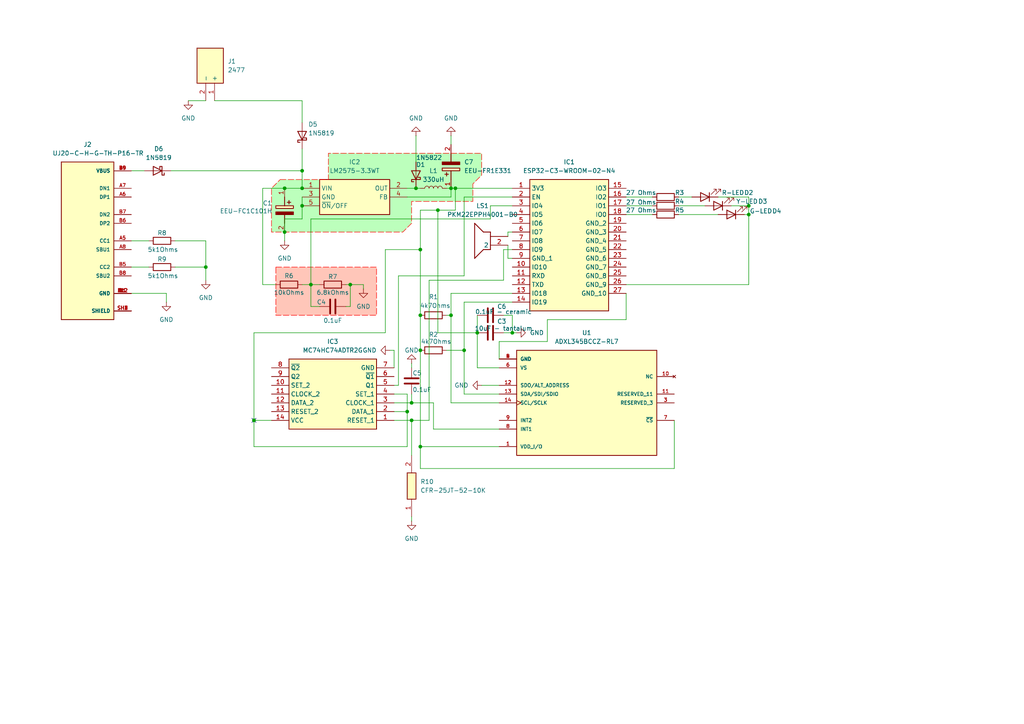
<source format=kicad_sch>
(kicad_sch (version 20250114) (generator "eeschema") (generator_version "9.0")
  (paper "A4")
  (title_block (title "KnockLockSchematic") (date "2025-10-25") (rev "1.0") (company "HSRW") (comment 1 "Group 04"))
  (lib_symbols
    (symbol "ADXL345BCCZ-RL7:ADXL345BCCZ-RL7" (pin_names (offset 1.016))
      (property "Reference" "U" (at -20.32 15.748 0))
      (property "Value" "ADXL345BCCZ-RL7" (at -20.32 -17.78 0))
      (symbol "ADXL345BCCZ-RL7_0_0"
        (rectangle (start -20.32 -15.24) (end 20.32 15.24) (stroke (width 0.254)) (fill (type background)))
        (pin input line (at -25.4 5.08 0) (length 5.08) (name "~{CS}") (number "7"))
        (pin passive line (at -25.4 0 0) (length 5.08) (name "RESERVED_3") (number "3"))
        (pin passive line (at -25.4 -2.54 0) (length 5.08) (name "RESERVED_11") (number "11"))
        (pin no_connect line (at -25.4 -7.62 0) (length 5.08) (name "NC") (number "10"))
        (pin power_in line (at 25.4 12.7 180) (length 5.08) (name "VDD_I/O") (number "1"))
        (pin output line (at 25.4 7.62 180) (length 5.08) (name "INT1") (number "8"))
        (pin output line (at 25.4 5.08 180) (length 5.08) (name "INT2") (number "9"))
        (pin bidirectional clock (at 25.4 0 180) (length 5.08) (name "SCL/SCLK") (number "14"))
        (pin bidirectional line (at 25.4 -2.54 180) (length 5.08) (name "SDA/SDI/SDIO") (number "13"))
        (pin output line (at 25.4 -5.08 180) (length 5.08) (name "SDO/ALT_ADDRESS") (number "12"))
        (pin power_in line (at 25.4 -10.16 180) (length 5.08) (name "VS") (number "6"))
        (pin power_in line (at 25.4 -12.7 180) (length 5.08) (name "GND") (number "2"))
        (pin power_in line (at 25.4 -12.7 180) (length 5.08) (name "GND") (number "4"))
        (pin power_in line (at 25.4 -12.7 180) (length 5.08) (name "GND") (number "5"))
      )
    )
    (symbol "Device:C" (pin_numbers (hide yes)) (pin_names (offset 0.254))
      (property "Reference" "C" (at 0.635 2.54 0))
      (property "Value" "C" (at 0.635 -2.54 0))
      (symbol "C_0_1"
        (polyline (pts (xy -2.032 0.762) (xy 2.032 0.762)) (stroke (width 0.508)))
        (polyline (pts (xy -2.032 -0.762) (xy 2.032 -0.762)) (stroke (width 0.508)))
      )
      (symbol "C_1_1"
        (pin passive line (at 0 3.81 270) (length 2.794) (name "~") (number "1"))
        (pin passive line (at 0 -3.81 90) (length 2.794) (name "~") (number "2"))
      )
    )
    (symbol "Device:L" (pin_numbers (hide yes)) (pin_names (offset 1.016) (hide yes))
      (property "Reference" "L" (at -1.27 0 90))
      (property "Value" "L" (at 1.905 0 90))
      (symbol "L_0_1"
        (arc (start 0 2.54) (mid 0.6323 1.905) (end 0 1.27))
        (arc (start 0 1.27) (mid 0.6323 0.635) (end 0 0))
        (arc (start 0 0) (mid 0.6323 -0.635) (end 0 -1.27))
        (arc (start 0 -1.27) (mid 0.6323 -1.905) (end 0 -2.54))
      )
      (symbol "L_1_1"
        (pin passive line (at 0 3.81 270) (length 1.27) (name "1") (number "1"))
        (pin passive line (at 0 -3.81 90) (length 1.27) (name "2") (number "2"))
      )
    )
    (symbol "Device:LED" (pin_numbers (hide yes)) (pin_names (offset 1.016) (hide yes))
      (property "Reference" "D" (at 0 2.54 0))
      (property "Value" "LED" (at 0 -2.54 0))
      (symbol "LED_0_1"
        (polyline (pts (xy -3.048 -0.762) (xy -4.572 -2.286) (xy -3.81 -2.286) (xy -4.572 -2.286) (xy -4.572 -1.524)))
        (polyline (pts (xy -1.778 -0.762) (xy -3.302 -2.286) (xy -2.54 -2.286) (xy -3.302 -2.286) (xy -3.302 -1.524)))
        (polyline (pts (xy -1.27 0) (xy 1.27 0)))
        (polyline (pts (xy -1.27 -1.27) (xy -1.27 1.27)) (stroke (width 0.254)))
        (polyline (pts (xy 1.27 -1.27) (xy 1.27 1.27) (xy -1.27 0) (xy 1.27 -1.27)) (stroke (width 0.254)))
      )
      (symbol "LED_1_1"
        (pin passive line (at -3.81 0 0) (length 2.54) (name "K") (number "1"))
        (pin passive line (at 3.81 0 180) (length 2.54) (name "A") (number "2"))
      )
    )
    (symbol "Device:R" (pin_numbers (hide yes)) (pin_names (offset 0))
      (property "Reference" "R" (at 2.032 0 90))
      (property "Value" "R" (at 0 0 90))
      (symbol "R_0_1"
        (rectangle (start -1.016 -2.54) (end 1.016 2.54) (stroke (width 0.254)))
      )
      (symbol "R_1_1"
        (pin passive line (at 0 3.81 270) (length 1.27) (name "~") (number "1"))
        (pin passive line (at 0 -3.81 90) (length 1.27) (name "~") (number "2"))
      )
    )
    (symbol "Diode:1N5819" (pin_numbers (hide yes)) (pin_names (offset 1.016) (hide yes))
      (property "Reference" "D" (at 0 2.54 0))
      (property "Value" "1N5819" (at 0 -2.54 0))
      (symbol "1N5819_0_1"
        (polyline (pts (xy -1.905 0.635) (xy -1.905 1.27) (xy -1.27 1.27) (xy -1.27 -1.27) (xy -0.635 -1.27) (xy -0.635 -0.635)) (stroke (width 0.254)))
        (polyline (pts (xy 1.27 1.27) (xy 1.27 -1.27) (xy -1.27 0) (xy 1.27 1.27)) (stroke (width 0.254)))
        (polyline (pts (xy 1.27 0) (xy -1.27 0)))
      )
      (symbol "1N5819_1_1"
        (pin passive line (at -3.81 0 0) (length 2.54) (name "K") (number "1"))
        (pin passive line (at 3.81 0 180) (length 2.54) (name "A") (number "2"))
      )
    )
    (symbol "Diode:1N5822" (pin_numbers (hide yes)) (pin_names (offset 1.016) (hide yes))
      (property "Reference" "D" (at 0 2.54 0))
      (property "Value" "1N5822" (at 0 -2.54 0))
      (symbol "1N5822_0_1"
        (polyline (pts (xy -1.905 0.635) (xy -1.905 1.27) (xy -1.27 1.27) (xy -1.27 -1.27) (xy -0.635 -1.27) (xy -0.635 -0.635)) (stroke (width 0.254)))
        (polyline (pts (xy 1.27 1.27) (xy 1.27 -1.27) (xy -1.27 0) (xy 1.27 1.27)) (stroke (width 0.254)))
        (polyline (pts (xy 1.27 0) (xy -1.27 0)))
      )
      (symbol "1N5822_1_1"
        (pin passive line (at -3.81 0 0) (length 2.54) (name "K") (number "1"))
        (pin passive line (at 3.81 0 180) (length 2.54) (name "A") (number "2"))
      )
    )
    (symbol "SamacSys_Parts:2477"
      (property "Reference" "J" (at 16.51 7.62 0))
      (property "Value" "2477" (at 16.51 5.08 0))
      (symbol "2477_1_1"
        (rectangle (start 5.08 2.54) (end 15.24 -5.08) (stroke (width 0.254)) (fill (type background)))
        (pin passive line (at 0 0 0) (length 5.08) (name "-") (number "2"))
        (pin passive line (at 0 -2.54 0) (length 5.08) (name "+") (number "1"))
      )
    )
    (symbol "SamacSys_Parts:CFR-25JT-52-10K" (pin_names (hide yes))
      (property "Reference" "R" (at 13.97 6.35 0))
      (property "Value" "CFR-25JT-52-10K" (at 13.97 3.81 0))
      (symbol "CFR-25JT-52-10K_1_1"
        (rectangle (start 5.08 1.27) (end 12.7 -1.27) (stroke (width 0.254)) (fill (type background)))
        (pin passive line (at 0 0 0) (length 5.08) (name "1") (number "1"))
        (pin passive line (at 17.78 0 180) (length 5.08) (name "2") (number "2"))
      )
    )
    (symbol "SamacSys_Parts:EEU-FC1C101H" (pin_names (hide yes))
      (property "Reference" "C" (at 8.89 6.35 0))
      (property "Value" "EEU-FC1C101H" (at 8.89 3.81 0))
      (symbol "EEU-FC1C101H_1_1"
        (polyline (pts (xy 2.54 0) (xy 5.08 0)) (stroke (width 0.254)))
        (polyline (pts (xy 4.064 1.778) (xy 4.064 0.762)) (stroke (width 0.254)))
        (polyline (pts (xy 4.572 1.27) (xy 3.556 1.27)) (stroke (width 0.254)))
        (rectangle (start 5.08 2.54) (end 5.842 -2.54) (stroke (width 0.254)) (fill (type background)))
        (polyline (pts (xy 7.62 2.54) (xy 7.62 -2.54) (xy 6.858 -2.54) (xy 6.858 2.54) (xy 7.62 2.54)) (stroke (width 0.254)) (fill (type outline)))
        (polyline (pts (xy 7.62 0) (xy 10.16 0)) (stroke (width 0.254)))
        (pin passive line (at 0 0 0) (length 2.54) (name "+") (number "1"))
        (pin passive line (at 12.7 0 180) (length 2.54) (name "-") (number "2"))
      )
    )
    (symbol "SamacSys_Parts:EEU-FR1E331" (pin_names (hide yes))
      (property "Reference" "C" (at 8.89 6.35 0))
      (property "Value" "EEU-FR1E331" (at 8.89 3.81 0))
      (symbol "EEU-FR1E331_1_1"
        (polyline (pts (xy 2.54 0) (xy 5.08 0)) (stroke (width 0.254)))
        (polyline (pts (xy 4.064 1.778) (xy 4.064 0.762)) (stroke (width 0.254)))
        (polyline (pts (xy 4.572 1.27) (xy 3.556 1.27)) (stroke (width 0.254)))
        (rectangle (start 5.08 2.54) (end 5.842 -2.54) (stroke (width 0.254)) (fill (type background)))
        (polyline (pts (xy 7.62 2.54) (xy 7.62 -2.54) (xy 6.858 -2.54) (xy 6.858 2.54) (xy 7.62 2.54)) (stroke (width 0.254)) (fill (type outline)))
        (polyline (pts (xy 7.62 0) (xy 10.16 0)) (stroke (width 0.254)))
        (pin passive line (at 0 0 0) (length 2.54) (name "+") (number "1"))
        (pin passive line (at 12.7 0 180) (length 2.54) (name "-") (number "2"))
      )
    )
    (symbol "SamacSys_Parts:ESP32-C3-WROOM-02-N4"
      (property "Reference" "IC" (at 29.21 7.62 0))
      (property "Value" "ESP32-C3-WROOM-02-N4" (at 29.21 5.08 0))
      (symbol "ESP32-C3-WROOM-02-N4_1_1"
        (rectangle (start 5.08 2.54) (end 27.94 -35.56) (stroke (width 0.254)) (fill (type background)))
        (pin passive line (at 0 0 0) (length 5.08) (name "3V3") (number "1"))
        (pin passive line (at 0 -2.54 0) (length 5.08) (name "EN") (number "2"))
        (pin passive line (at 0 -5.08 0) (length 5.08) (name "IO4") (number "3"))
        (pin passive line (at 0 -7.62 0) (length 5.08) (name "IO5") (number "4"))
        (pin passive line (at 0 -10.16 0) (length 5.08) (name "IO6") (number "5"))
        (pin passive line (at 0 -12.7 0) (length 5.08) (name "IO7") (number "6"))
        (pin passive line (at 0 -15.24 0) (length 5.08) (name "IO8") (number "7"))
        (pin passive line (at 0 -17.78 0) (length 5.08) (name "IO9") (number "8"))
        (pin passive line (at 0 -20.32 0) (length 5.08) (name "GND_1") (number "9"))
        (pin passive line (at 0 -22.86 0) (length 5.08) (name "IO10") (number "10"))
        (pin passive line (at 0 -25.4 0) (length 5.08) (name "RXD") (number "11"))
        (pin passive line (at 0 -27.94 0) (length 5.08) (name "TXD") (number "12"))
        (pin passive line (at 0 -30.48 0) (length 5.08) (name "IO18") (number "13"))
        (pin passive line (at 0 -33.02 0) (length 5.08) (name "IO19") (number "14"))
        (pin passive line (at 33.02 0 180) (length 5.08) (name "IO3") (number "15"))
        (pin passive line (at 33.02 -2.54 180) (length 5.08) (name "IO2") (number "16"))
        (pin passive line (at 33.02 -5.08 180) (length 5.08) (name "IO1") (number "17"))
        (pin passive line (at 33.02 -7.62 180) (length 5.08) (name "IO0") (number "18"))
        (pin passive line (at 33.02 -10.16 180) (length 5.08) (name "GND_2") (number "19"))
        (pin passive line (at 33.02 -12.7 180) (length 5.08) (name "GND_3") (number "20"))
        (pin passive line (at 33.02 -15.24 180) (length 5.08) (name "GND_4") (number "21"))
        (pin passive line (at 33.02 -17.78 180) (length 5.08) (name "GND_5") (number "22"))
        (pin passive line (at 33.02 -20.32 180) (length 5.08) (name "GND_6") (number "23"))
        (pin passive line (at 33.02 -22.86 180) (length 5.08) (name "GND_7") (number "24"))
        (pin passive line (at 33.02 -25.4 180) (length 5.08) (name "GND_8") (number "25"))
        (pin passive line (at 33.02 -27.94 180) (length 5.08) (name "GND_9") (number "26"))
        (pin passive line (at 33.02 -30.48 180) (length 5.08) (name "GND_10") (number "27"))
      )
    )
    (symbol "SamacSys_Parts:LM2575-3.3WT"
      (property "Reference" "IC" (at 26.67 7.62 0))
      (property "Value" "LM2575-3.3WT" (at 26.67 5.08 0))
      (symbol "LM2575-3.3WT_1_1"
        (rectangle (start 5.08 2.54) (end 25.4 -7.62) (stroke (width 0.254)) (fill (type background)))
        (pin passive line (at 0 0 0) (length 5.08) (name "VIN") (number "1"))
        (pin passive line (at 0 -2.54 0) (length 5.08) (name "GND") (number "3"))
        (pin passive line (at 0 -5.08 0) (length 5.08) (name "~{ON}/OFF") (number "5"))
        (pin passive line (at 30.48 0 180) (length 5.08) (name "OUT") (number "2"))
        (pin passive line (at 30.48 -2.54 180) (length 5.08) (name "FB") (number "4"))
      )
    )
    (symbol "SamacSys_Parts:MC74HC74ADTR2G"
      (property "Reference" "IC" (at 31.75 7.62 0))
      (property "Value" "MC74HC74ADTR2G" (at 31.75 5.08 0))
      (symbol "MC74HC74ADTR2G_1_1"
        (rectangle (start 5.08 2.54) (end 30.48 -17.78) (stroke (width 0.254)) (fill (type background)))
        (pin passive line (at 0 0 0) (length 5.08) (name "RESET_1") (number "1"))
        (pin passive line (at 0 -2.54 0) (length 5.08) (name "DATA_1") (number "2"))
        (pin passive line (at 0 -5.08 0) (length 5.08) (name "CLOCK_1") (number "3"))
        (pin passive line (at 0 -7.62 0) (length 5.08) (name "SET_1") (number "4"))
        (pin passive line (at 0 -10.16 0) (length 5.08) (name "Q1") (number "5"))
        (pin passive line (at 0 -12.7 0) (length 5.08) (name "~{Q1}") (number "6"))
        (pin passive line (at 0 -15.24 0) (length 5.08) (name "GND") (number "7"))
        (pin passive line (at 35.56 0 180) (length 5.08) (name "VCC") (number "14"))
        (pin passive line (at 35.56 -2.54 180) (length 5.08) (name "RESET_2") (number "13"))
        (pin passive line (at 35.56 -5.08 180) (length 5.08) (name "DATA_2") (number "12"))
        (pin passive line (at 35.56 -7.62 180) (length 5.08) (name "CLOCK_2") (number "11"))
        (pin passive line (at 35.56 -10.16 180) (length 5.08) (name "SET_2") (number "10"))
        (pin passive line (at 35.56 -12.7 180) (length 5.08) (name "Q2") (number "9"))
        (pin passive line (at 35.56 -15.24 180) (length 5.08) (name "~{Q2}") (number "8"))
      )
    )
    (symbol "SamacSys_Parts:PKM22EPPH4001-B0"
      (property "Reference" "LS" (at 11.43 0 0))
      (property "Value" "PKM22EPPH4001-B0" (at 11.43 -2.54 0))
      (symbol "PKM22EPPH4001-B0_1_1"
        (polyline (pts (xy 5.08 1.27) (xy 5.08 -3.81)) (stroke (width 0.254)))
        (polyline (pts (xy 5.08 1.27) (xy 7.112 1.27)) (stroke (width 0.254)))
        (polyline (pts (xy 7.112 -3.81) (xy 5.08 -3.81)) (stroke (width 0.254)))
        (polyline (pts (xy 7.112 -3.81) (xy 9.652 -6.35)) (stroke (width 0.254)))
        (polyline (pts (xy 9.652 3.81) (xy 7.112 1.27)) (stroke (width 0.254)))
        (polyline (pts (xy 9.652 3.81) (xy 9.652 -6.35)) (stroke (width 0.254)))
        (pin passive line (at 0 0 0) (length 5.08) (name "2") (number "2"))
        (pin passive line (at 0 -2.54 0) (length 5.08) (name "") (number ""))
      )
    )
    (symbol "UJ20-C-H-G-TH-P16-TR:UJ20-C-H-G-TH-P16-TR" (pin_names (offset 1.016))
      (property "Reference" "J" (at -7.62 23.622 0))
      (property "Value" "UJ20-C-H-G-TH-P16-TR" (at -7.62 -23.622 0))
      (symbol "UJ20-C-H-G-TH-P16-TR_0_0"
        (rectangle (start -7.62 -22.86) (end 7.62 22.86) (stroke (width 0.254)) (fill (type background)))
        (pin power_in line (at 12.7 20.32 180) (length 5.08) (name "VBUS") (number "A4"))
        (pin power_in line (at 12.7 20.32 180) (length 5.08) (name "VBUS") (number "A9"))
        (pin power_in line (at 12.7 20.32 180) (length 5.08) (name "VBUS") (number "B4"))
        (pin power_in line (at 12.7 20.32 180) (length 5.08) (name "VBUS") (number "B9"))
        (pin passive line (at 12.7 15.24 180) (length 5.08) (name "DN1") (number "A7"))
        (pin passive line (at 12.7 12.7 180) (length 5.08) (name "DP1") (number "A6"))
        (pin passive line (at 12.7 7.62 180) (length 5.08) (name "DN2") (number "B7"))
        (pin passive line (at 12.7 5.08 180) (length 5.08) (name "DP2") (number "B6"))
        (pin passive line (at 12.7 0 180) (length 5.08) (name "CC1") (number "A5"))
        (pin passive line (at 12.7 -2.54 180) (length 5.08) (name "SBU1") (number "A8"))
        (pin passive line (at 12.7 -7.62 180) (length 5.08) (name "CC2") (number "B5"))
        (pin passive line (at 12.7 -10.16 180) (length 5.08) (name "SBU2") (number "B8"))
        (pin power_in line (at 12.7 -15.24 180) (length 5.08) (name "GND") (number "A1"))
        (pin power_in line (at 12.7 -15.24 180) (length 5.08) (name "GND") (number "A12"))
        (pin power_in line (at 12.7 -15.24 180) (length 5.08) (name "GND") (number "B1"))
        (pin power_in line (at 12.7 -15.24 180) (length 5.08) (name "GND") (number "B12"))
        (pin passive line (at 12.7 -20.32 180) (length 5.08) (name "SHIELD") (number "SH1"))
        (pin passive line (at 12.7 -20.32 180) (length 5.08) (name "SHIELD") (number "SH2"))
        (pin passive line (at 12.7 -20.32 180) (length 5.08) (name "SHIELD") (number "SH3"))
        (pin passive line (at 12.7 -20.32 180) (length 5.08) (name "SHIELD") (number "SH4"))
      )
    )
    (symbol "power:GND" (power) (pin_numbers (hide yes)) (pin_names (offset 0) (hide yes))
      (property "Value" "GND" (at 0 -3.81 0))
      (symbol "GND_0_1"
        (polyline (pts (xy 0 0) (xy 0 -1.27) (xy 1.27 -1.27) (xy 0 -2.54) (xy -1.27 -1.27) (xy 0 -1.27)))
      )
      (symbol "GND_1_1"
        (pin power_in line (at 0 0 270) (length 0) (name "~") (number "1"))
      )
    )
  )
  (junction (at 73.66 121.92))
  (junction (at 217.17 59.69))
  (junction (at 59.69 77.47))
  (junction (at 148.59 96.52))
  (junction (at 119.38 116.84))
  (junction (at 134.62 101.6))
  (junction (at 82.55 54.61))
  (junction (at 120.65 54.61))
  (junction (at 119.38 121.92))
  (junction (at 130.81 54.61))
  (junction (at 87.63 49.53))
  (junction (at 101.6 82.55))
  (junction (at 121.92 129.54))
  (junction (at 87.63 54.61))
  (junction (at 127 60.96))
  (junction (at 90.17 82.55))
  (junction (at 82.55 67.31))
  (junction (at 118.11 119.38))
  (junction (at 121.92 101.6))
  (junction (at 138.43 96.52))
  (junction (at 121.92 91.44))
  (junction (at 121.92 72.39))
  (junction (at 87.63 59.69))
  (junction (at 132.08 54.61))
  (junction (at 130.81 91.44))
  (junction (at 217.17 62.23))
  (no_connect (at 73.66 121.92))
  (wire (pts (xy 124.46 121.92) (xy 124.46 81.28)))
  (wire (pts (xy 38.1 69.85) (xy 43.18 69.85)))
  (wire (pts (xy 196.85 57.15) (xy 200.66 57.15)))
  (wire (pts (xy 125.73 124.46) (xy 125.73 116.84)))
  (wire (pts (xy 138.43 91.44) (xy 138.43 96.52)))
  (wire (pts (xy 147.32 68.58) (xy 147.32 67.31)))
  (wire (pts (xy 59.69 69.85) (xy 59.69 77.47)))
  (wire (pts (xy 127 60.96) (xy 132.08 60.96)))
  (wire (pts (xy 114.3 111.76) (xy 115.57 111.76)))
  (wire (pts (xy 87.63 63.5) (xy 87.63 59.69)))
  (wire (pts (xy 59.69 29.21) (xy 54.61 29.21)))
  (wire (pts (xy 111.76 96.52) (xy 111.76 72.39)))
  (wire (pts (xy 100.33 88.9) (xy 101.6 88.9)))
  (wire (pts (xy 59.69 77.47) (xy 50.8 77.47)))
  (wire (pts (xy 49.53 49.53) (xy 87.63 49.53)))
  (wire (pts (xy 38.1 85.09) (xy 48.26 85.09)))
  (wire (pts (xy 148.59 91.44) (xy 148.59 96.52)))
  (wire (pts (xy 119.38 105.41) (xy 119.38 106.68)))
  (wire (pts (xy 148.59 59.69) (xy 142.24 59.69)))
  (wire (pts (xy 120.65 39.37) (xy 120.65 46.99)))
  (wire (pts (xy 146.05 72.39) (xy 148.59 72.39)))
  (wire (pts (xy 125.73 116.84) (xy 119.38 116.84)))
  (wire (pts (xy 130.81 91.44) (xy 130.81 116.84)))
  (wire (pts (xy 87.63 54.61) (xy 82.55 54.61)))
  (wire (pts (xy 121.92 72.39) (xy 121.92 91.44)))
  (wire (pts (xy 115.57 80.01) (xy 115.57 111.76)))
  (wire (pts (xy 144.78 129.54) (xy 121.92 129.54)))
  (wire (pts (xy 142.24 63.5) (xy 90.17 63.5)))
  (wire (pts (xy 87.63 63.5) (xy 82.55 63.5)))
  (wire (pts (xy 90.17 63.5) (xy 90.17 82.55)))
  (wire (pts (xy 146.05 96.52) (xy 148.59 96.52)))
  (wire (pts (xy 114.3 121.92) (xy 119.38 121.92)))
  (wire (pts (xy 130.81 54.61) (xy 130.81 57.15)))
  (wire (pts (xy 181.61 62.23) (xy 189.23 62.23)))
  (wire (pts (xy 129.54 101.6) (xy 134.62 101.6)))
  (wire (pts (xy 76.2 54.61) (xy 82.55 54.61)))
  (wire (pts (xy 158.75 99.06) (xy 158.75 92.71)))
  (wire (pts (xy 50.8 69.85) (xy 59.69 69.85)))
  (wire (pts (xy 144.78 106.68) (xy 138.43 106.68)))
  (wire (pts (xy 215.9 62.23) (xy 217.17 62.23)))
  (wire (pts (xy 121.92 60.96) (xy 127 60.96)))
  (wire (pts (xy 144.78 116.84) (xy 130.81 116.84)))
  (wire (pts (xy 118.11 57.15) (xy 130.81 57.15)))
  (wire (pts (xy 38.1 77.47) (xy 43.18 77.47)))
  (wire (pts (xy 146.05 91.44) (xy 148.59 91.44)))
  (wire (pts (xy 100.33 82.55) (xy 101.6 82.55)))
  (wire (pts (xy 127 60.96) (xy 127 96.52)))
  (wire (pts (xy 120.65 54.61) (xy 121.92 54.61)))
  (wire (pts (xy 130.81 91.44) (xy 130.81 85.09)))
  (wire (pts (xy 158.75 92.71) (xy 181.61 92.71)))
  (wire (pts (xy 134.62 57.15) (xy 134.62 80.01)))
  (wire (pts (xy 121.92 91.44) (xy 121.92 101.6)))
  (wire (pts (xy 132.08 54.61) (xy 148.59 54.61)))
  (wire (pts (xy 208.28 57.15) (xy 217.17 57.15)))
  (wire (pts (xy 38.1 49.53) (xy 41.91 49.53)))
  (wire (pts (xy 62.23 29.21) (xy 87.63 29.21)))
  (wire (pts (xy 142.24 59.69) (xy 142.24 63.5)))
  (wire (pts (xy 129.54 54.61) (xy 130.81 54.61)))
  (wire (pts (xy 119.38 116.84) (xy 114.3 116.84)))
  (wire (pts (xy 87.63 82.55) (xy 90.17 82.55)))
  (wire (pts (xy 119.38 149.86) (xy 119.38 151.13)))
  (wire (pts (xy 144.78 104.14) (xy 144.78 99.06)))
  (wire (pts (xy 121.92 129.54) (xy 121.92 101.6)))
  (wire (pts (xy 73.66 129.54) (xy 73.66 121.92)))
  (wire (pts (xy 147.32 74.93) (xy 147.32 71.12)))
  (wire (pts (xy 82.55 63.5) (xy 82.55 67.31)))
  (wire (pts (xy 130.81 39.37) (xy 130.81 41.91)))
  (wire (pts (xy 127 96.52) (xy 138.43 96.52)))
  (wire (pts (xy 134.62 87.63) (xy 148.59 87.63)))
  (wire (pts (xy 73.66 96.52) (xy 111.76 96.52)))
  (wire (pts (xy 139.7 111.76) (xy 144.78 111.76)))
  (wire (pts (xy 134.62 101.6) (xy 134.62 87.63)))
  (wire (pts (xy 121.92 135.89) (xy 121.92 129.54)))
  (wire (pts (xy 134.62 80.01) (xy 115.57 80.01)))
  (wire (pts (xy 59.69 81.28) (xy 59.69 77.47)))
  (wire (pts (xy 147.32 74.93) (xy 148.59 74.93)))
  (wire (pts (xy 195.58 135.89) (xy 121.92 135.89)))
  (wire (pts (xy 118.11 114.3) (xy 118.11 119.38)))
  (wire (pts (xy 124.46 121.92) (xy 119.38 121.92)))
  (wire (pts (xy 90.17 88.9) (xy 90.17 82.55)))
  (wire (pts (xy 144.78 114.3) (xy 134.62 114.3)))
  (wire (pts (xy 181.61 92.71) (xy 181.61 85.09)))
  (wire (pts (xy 76.2 82.55) (xy 80.01 82.55)))
  (wire (pts (xy 90.17 82.55) (xy 92.71 82.55)))
  (wire (pts (xy 105.41 82.55) (xy 105.41 83.82)))
  (wire (pts (xy 212.09 59.69) (xy 217.17 59.69)))
  (wire (pts (xy 76.2 54.61) (xy 76.2 82.55)))
  (wire (pts (xy 92.71 88.9) (xy 90.17 88.9)))
  (wire (pts (xy 181.61 82.55) (xy 217.17 82.55)))
  (wire (pts (xy 118.11 119.38) (xy 118.11 129.54)))
  (wire (pts (xy 125.73 124.46) (xy 144.78 124.46)))
  (wire (pts (xy 129.54 91.44) (xy 130.81 91.44)))
  (wire (pts (xy 148.59 57.15) (xy 134.62 57.15)))
  (wire (pts (xy 217.17 59.69) (xy 217.17 62.23)))
  (wire (pts (xy 82.55 67.31) (xy 82.55 69.85)))
  (wire (pts (xy 73.66 121.92) (xy 73.66 96.52)))
  (wire (pts (xy 101.6 82.55) (xy 105.41 82.55)))
  (wire (pts (xy 130.81 54.61) (xy 132.08 54.61)))
  (wire (pts (xy 195.58 121.92) (xy 195.58 135.89)))
  (wire (pts (xy 181.61 57.15) (xy 189.23 57.15)))
  (wire (pts (xy 101.6 88.9) (xy 101.6 82.55)))
  (wire (pts (xy 124.46 81.28) (xy 146.05 81.28)))
  (wire (pts (xy 78.74 121.92) (xy 73.66 121.92)))
  (wire (pts (xy 87.63 29.21) (xy 87.63 35.56)))
  (wire (pts (xy 114.3 114.3) (xy 118.11 114.3)))
  (wire (pts (xy 48.26 85.09) (xy 48.26 87.63)))
  (wire (pts (xy 130.81 85.09) (xy 148.59 85.09)))
  (wire (pts (xy 132.08 54.61) (xy 132.08 60.96)))
  (wire (pts (xy 87.63 49.53) (xy 87.63 54.61)))
  (wire (pts (xy 146.05 81.28) (xy 146.05 72.39)))
  (wire (pts (xy 196.85 59.69) (xy 204.47 59.69)))
  (wire (pts (xy 114.3 119.38) (xy 118.11 119.38)))
  (wire (pts (xy 217.17 62.23) (xy 217.17 82.55)))
  (wire (pts (xy 147.32 67.31) (xy 148.59 67.31)))
  (wire (pts (xy 181.61 59.69) (xy 189.23 59.69)))
  (wire (pts (xy 111.76 72.39) (xy 121.92 72.39)))
  (wire (pts (xy 87.63 43.18) (xy 87.63 49.53)))
  (wire (pts (xy 113.03 101.6) (xy 114.3 101.6)))
  (wire (pts (xy 134.62 114.3) (xy 134.62 101.6)))
  (wire (pts (xy 148.59 96.52) (xy 149.86 96.52)))
  (wire (pts (xy 114.3 106.68) (xy 114.3 101.6)))
  (wire (pts (xy 87.63 57.15) (xy 87.63 59.69)))
  (wire (pts (xy 118.11 54.61) (xy 120.65 54.61)))
  (wire (pts (xy 217.17 57.15) (xy 217.17 59.69)))
  (wire (pts (xy 138.43 96.52) (xy 138.43 106.68)))
  (wire (pts (xy 121.92 60.96) (xy 121.92 72.39)))
  (wire (pts (xy 118.11 129.54) (xy 73.66 129.54)))
  (wire (pts (xy 119.38 121.92) (xy 119.38 132.08)))
  (wire (pts (xy 144.78 99.06) (xy 158.75 99.06)))
  (wire (pts (xy 196.85 62.23) (xy 208.28 62.23)))
  (wire (pts (xy 119.38 114.3) (xy 119.38 116.84)))
  (rule_area (polyline (pts (xy 80.01 77.47) (xy 109.22 77.47) (xy 109.22 91.44) (xy 80.01 91.44)) (stroke (width 0) (type dash)) (fill (type color) (color 255 65 21 0.3))))
  (rule_area (polyline (pts (xy 81.28 52.07) (xy 95.25 52.07) (xy 95.25 44.45) (xy 139.7 44.45) (xy 139.7 50.8) (xy 137.16 53.34) (xy 137.16 58.42) (xy 119.38 58.42) (xy 119.38 64.77) (xy 116.84 67.31) (xy 78.74 67.31) (xy 78.74 54.61)) (stroke (width 0) (type dash)) (fill (type color) (color 32 255 32 0.3))))
  (symbol (lib_id "SamacSys_Parts:EEU-FC1C101H") (at 82.55 54.61 270) (unit 1)
    (property "Reference" "C1" (at 76.2 58.928 90) (effects (justify left)))
    (property "Value" "EEU-FC1C101H" (at 63.754 61.214 90) (effects (justify left)))
    (property "Footprint" "CAPPRD250W55D630H1220" (effects (hide yes)))
    (property "Datasheet" "http://industrial.panasonic.com/cdbs/www-data/pdf/RDF0000/ABA0000C1209.pdf" (effects (hide yes)))
    (property "Description" "Aluminium Electrolytic Capacitor, Radial Lead, AEC-Q200, 105?C" (effects (hide yes)))
    (property "Height" "12.2" (effects (hide yes)))
    (property "Mouser Part Number" "667-EEU-FC1C101H" (effects (hide yes)))
    (property "Mouser Price/Stock" "https://www.mouser.co.uk/ProductDetail/Panasonic/EEU-FC1C101H?qs=%2FC1U95aQ15szP%252BXx0reJVg%3D%3D" (effects (hide yes)))
    (property "Manufacturer_Name" "Panasonic" (effects (hide yes)))
    (property "Manufacturer_Part_Number" "EEU-FC1C101H" (effects (hide yes)))
  )
  (symbol (lib_id "Device:C") (at 142.24 91.44 270) (unit 1)
    (property "Reference" "C6" (at 145.542 88.9 90))
    (property "Value" "0.1uF - ceramic" (at 146.05 90.424 90))
    (property "Description" "Unpolarized capacitor" (effects (hide yes)))
  )
  (symbol (lib_id "SamacSys_Parts:CFR-25JT-52-10K") (at 119.38 149.86 90) (unit 1)
    (property "Reference" "R10" (at 121.92 139.6999 90) (effects (justify right)))
    (property "Value" "CFR-25JT-52-10K" (at 121.92 142.2399 90) (effects (justify right)))
    (property "Footprint" "RESAD1590W60L630D240" (effects (hide yes)))
    (property "Datasheet" "https://www.yageo.com/upload/media/product/productsearch/datasheet/lr/YAGEO%20CFR_datasheet_2021v0.pdf" (effects (hide yes)))
    (property "Description" "Carbon Film Resistors - Through Hole 10 kOhms 250 mW 5% -350/ +500 PPM / C" (effects (hide yes)))
    (property "Mouser Part Number" "603-CFR-25JT-52-10K" (effects (hide yes)))
    (property "Mouser Price/Stock" "https://www.mouser.co.uk/ProductDetail/YAGEO/CFR-25JT-52-10K?qs=sxZXDnvRBEh6BTlAYl6hWg%3D%3D" (effects (hide yes)))
    (property "Manufacturer_Name" "YAGEO" (effects (hide yes)))
    (property "Manufacturer_Part_Number" "CFR-25JT-52-10K" (effects (hide yes)))
  )
  (symbol (lib_id "power:GND") (at 119.38 151.13 0) (unit 1)
    (property "Reference" "#PWR010" (effects (hide yes)))
    (property "Value" "GND" (at 119.38 156.21 0))
    (property "Description" "Power symbol creates a global label with name \"GND\" , ground" (effects (hide yes)))
  )
  (symbol (lib_id "Device:R") (at 193.04 62.23 90) (unit 1)
    (property "Reference" "R5" (at 197.104 60.96 90))
    (property "Value" "27 Ohms" (at 185.928 60.96 90))
    (property "Description" "Resistor" (effects (hide yes)))
  )
  (symbol (lib_id "SamacSys_Parts:MC74HC74ADTR2G") (at 114.3 121.92 180) (unit 1)
    (property "Reference" "IC3" (at 96.52 99.06 0))
    (property "Value" "MC74HC74ADTR2G" (at 96.52 101.6 0))
    (property "Footprint" "SOP65P640X120-14N" (effects (hide yes)))
    (property "Datasheet" "https://www.onsemi.com/pub/Collateral/MC74HC74A-D.PDF" (effects (hide yes)))
    (property "Description" "Operating Voltage Range: 2.0 to 6.0 V; Output Drive Capability: 10 LSTTL Loads; In Compliance with the Requirements Defined by JEDEC Standard No. 7A; High Noise Immunity Characteristic of CMOS Devices; Chip Complexity: 128 FETs or 32 Equivalent Gates; Outputs Directly Interface to CMOS, NMOS, and TTL; Low Input Current: 1.0 mA; Pb-Free Packages are Available" (effects (hide yes)))
    (property "Height" "1.2" (effects (hide yes)))
    (property "Mouser Part Number" "863-MC74HC74ADTR2G" (effects (hide yes)))
    (property "Mouser Price/Stock" "https://www.mouser.co.uk/ProductDetail/onsemi/MC74HC74ADTR2G?qs=qg33o%252B8vzFpElZhsrDIJOg%3D%3D" (effects (hide yes)))
    (property "Manufacturer_Name" "onsemi" (effects (hide yes)))
    (property "Manufacturer_Part_Number" "MC74HC74ADTR2G" (effects (hide yes)))
  )
  (symbol (lib_id "power:GND") (at 105.41 83.82 0) (unit 1)
    (property "Reference" "#PWR07" (effects (hide yes)))
    (property "Value" "GND" (at 105.41 88.9 0))
    (property "Description" "Power symbol creates a global label with name \"GND\" , ground" (effects (hide yes)))
  )
  (symbol (lib_id "Device:LED") (at 204.47 57.15 180) (unit 1)
    (property "Reference" "D2" (at 217.17 55.88 0))
    (property "Value" "R-LED" (at 212.598 55.88 0))
    (property "Description" "Light emitting diode" (effects (hide yes)))
    (property "Sim.Pins" "1=K 2=A" (effects (hide yes)))
  )
  (symbol (lib_id "Device:C") (at 119.38 110.49 0) (unit 1)
    (property "Reference" "C5" (at 119.634 108.204 0) (effects (justify left)))
    (property "Value" "0.1uF" (at 119.634 113.03 0) (effects (justify left)))
    (property "Description" "Unpolarized capacitor" (effects (hide yes)))
  )
  (symbol (lib_id "Device:LED") (at 208.28 59.69 180) (unit 1)
    (property "Reference" "D3" (at 221.234 58.42 0))
    (property "Value" "Y-LED" (at 216.662 58.42 0))
    (property "Description" "Light emitting diode" (effects (hide yes)))
    (property "Sim.Pins" "1=K 2=A" (effects (hide yes)))
  )
  (symbol (lib_id "SamacSys_Parts:PKM22EPPH4001-B0") (at 147.32 71.12 180) (unit 1)
    (property "Reference" "LS1" (at 139.954 59.69 0))
    (property "Value" "PKM22EPPH4001-B0" (at 139.954 62.23 0))
    (property "Footprint" "PKM22EPPH4001B0" (effects (hide yes)))
    (property "Datasheet" "https://www.murata.com/products/productdata/8801054064670/SPEC-PKM22EPPH4001-B0.pdf?1517839211000" (effects (hide yes)))
    (property "Description" "Buzzers Transducer, Externally Driven Piezo 1.5 V 4kHz 75dB @ 1.5V, 10cm Through Hole PC Pins" (effects (hide yes)))
    (property "Height" "10.7" (effects (hide yes)))
    (property "Mouser Part Number" "81-PKM22EPPH4001-B0" (effects (hide yes)))
    (property "Mouser Price/Stock" "https://www.mouser.co.uk/ProductDetail/Murata-Electronics/PKM22EPPH4001-B0?qs=flZjIlU0hx2Fke4m2iZ9MA%3D%3D" (effects (hide yes)))
    (property "Manufacturer_Name" "Murata Electronics" (effects (hide yes)))
    (property "Manufacturer_Part_Number" "PKM22EPPH4001-B0" (effects (hide yes)))
  )
  (symbol (lib_id "Device:C") (at 142.24 96.52 270) (unit 1)
    (property "Reference" "C3" (at 145.542 93.218 90))
    (property "Value" "10uF - tantalum" (at 146.05 95.25 90))
    (property "Description" "Unpolarized capacitor" (effects (hide yes)))
  )
  (symbol (lib_id "power:GND") (at 59.69 81.28 0) (unit 1)
    (property "Reference" "#PWR011" (effects (hide yes)))
    (property "Value" "GND" (at 59.69 86.36 0))
    (property "Description" "Power symbol creates a global label with name \"GND\" , ground" (effects (hide yes)))
  )
  (symbol (lib_id "Diode:1N5819") (at 45.72 49.53 180) (unit 1)
    (property "Reference" "D6" (at 46.0375 43.18 0))
    (property "Value" "1N5819" (at 46.0375 45.72 0))
    (property "Footprint" "Diode_THT:D_DO-41_SOD81_P10.16mm_Horizontal" (effects (hide yes)))
    (property "Datasheet" "http://www.vishay.com/docs/88525/1n5817.pdf" (effects (hide yes)))
    (property "Description" "40V 1A Schottky Barrier Rectifier Diode, DO-41" (effects (hide yes)))
  )
  (symbol (lib_id "Device:R") (at 83.82 82.55 90) (unit 1)
    (property "Reference" "R6" (at 83.82 80.01 90))
    (property "Value" "10kOhms" (at 83.82 84.836 90))
    (property "Footprint" "SamacSys_Parts:RESAD1590W60L630D240" (effects (hide yes)))
    (property "Description" "Resistor" (effects (hide yes)))
  )
  (symbol (lib_id "Device:R") (at 125.73 91.44 90) (unit 1)
    (property "Reference" "R1" (at 125.73 86.106 90))
    (property "Value" "4k7Ohms" (at 126.238 88.646 90))
    (property "Footprint" "SamacSys_Parts:RESAD1590W60L630D240" (effects (hide yes)))
    (property "Description" "Resistor" (effects (hide yes)))
  )
  (symbol (lib_id "Device:R") (at 96.52 82.55 90) (unit 1)
    (property "Reference" "R7" (at 96.52 80.264 90))
    (property "Value" "6.8kOhms" (at 96.52 84.836 90))
    (property "Description" "Resistor" (effects (hide yes)))
  )
  (symbol (lib_id "SamacSys_Parts:LM2575-3.3WT") (at 87.63 54.61 0) (unit 1)
    (property "Reference" "IC2" (at 102.87 46.99 0))
    (property "Value" "LM2575-3.3WT" (at 102.87 49.53 0))
    (property "Footprint" "LM257533WT" (effects (hide yes)))
    (property "Datasheet" "https://ww1.microchip.com/downloads/en/DeviceDoc/lm2575.pdf" (effects (hide yes)))
    (property "Description" "Switching Voltage Regulators 1A Step-Down SMPS Regulator" (effects (hide yes)))
    (property "Height" "15.113" (effects (hide yes)))
    (property "Mouser Part Number" "998-LM2575-3.3WT" (effects (hide yes)))
    (property "Mouser Price/Stock" "https://www.mouser.co.uk/ProductDetail/Microchip-Technology/LM2575-3.3WT?qs=kh6iOki%2FeLFAZSEMjMNbiQ%3D%3D" (effects (hide yes)))
    (property "Manufacturer_Name" "Microchip" (effects (hide yes)))
    (property "Manufacturer_Part_Number" "LM2575-3.3WT" (effects (hide yes)))
  )
  (symbol (lib_id "SamacSys_Parts:2477") (at 59.69 29.21 90) (unit 1)
    (property "Reference" "J1" (at 66.04 17.7799 90) (effects (justify right)))
    (property "Value" "2477" (at 66.04 20.3199 90) (effects (justify right)))
    (property "Footprint" "2477" (effects (hide yes)))
    (property "Datasheet" "https://www.keyelco.com/product-pdf.cfm?p=1039" (effects (hide yes)))
    (property "Description" "Cylindrical Battery Contacts, Clips, Holders & Springs 4AA PLASTIC HOLDER" (effects (hide yes)))
    (property "Height" "17.01" (effects (hide yes)))
    (property "Mouser Part Number" "534-2477" (effects (hide yes)))
    (property "Mouser Price/Stock" "https://www.mouser.co.uk/ProductDetail/Keystone-Electronics/2477?qs=Q3RoVmURDolEbXnNenQutg%3D%3D" (effects (hide yes)))
    (property "Manufacturer_Name" "Keystone Electronics" (effects (hide yes)))
    (property "Manufacturer_Part_Number" "2477" (effects (hide yes)))
  )
  (symbol (lib_id "power:GND") (at 139.7 111.76 270) (unit 1)
    (property "Reference" "#PWR06" (effects (hide yes)))
    (property "Value" "GND" (at 135.89 111.7599 90) (effects (justify right)))
    (property "Description" "Power symbol creates a global label with name \"GND\" , ground" (effects (hide yes)))
  )
  (symbol (lib_id "power:GND") (at 54.61 29.21 0) (unit 1)
    (property "Reference" "#PWR01" (effects (hide yes)))
    (property "Value" "GND" (at 54.61 34.29 0))
    (property "Description" "Power symbol creates a global label with name \"GND\" , ground" (effects (hide yes)))
  )
  (symbol (lib_id "Diode:1N5822") (at 120.65 50.8 90) (unit 1)
    (property "Reference" "D1" (at 120.65 47.752 90) (effects (justify right)))
    (property "Value" "1N5822" (at 120.65 45.72 90) (effects (justify right)))
    (property "Footprint" "Diode_THT:D_DO-201AD_P15.24mm_Horizontal" (effects (hide yes)))
    (property "Datasheet" "http://www.vishay.com/docs/88526/1n5820.pdf" (effects (hide yes)))
    (property "Description" "40V 3A Schottky Barrier Rectifier Diode, DO-201AD" (effects (hide yes)))
  )
  (symbol (lib_id "power:GND") (at 82.55 69.85 0) (unit 1)
    (property "Reference" "#PWR04" (effects (hide yes)))
    (property "Value" "GND" (at 82.55 74.93 0))
    (property "Description" "Power symbol creates a global label with name \"GND\" , ground" (effects (hide yes)))
  )
  (symbol (lib_id "ADXL345BCCZ-RL7:ADXL345BCCZ-RL7") (at 170.18 116.84 180) (unit 1)
    (property "Reference" "U1" (at 170.18 96.52 0))
    (property "Value" "ADXL345BCCZ-RL7" (at 170.18 99.06 0))
    (property "Footprint" "ADXL345BCCZ-RL7:PQFN80P500X300X100-14N" (effects (hide yes)))
    (property "MF" "Analog Devices" (effects (hide yes)))
    (property "SNAPEDA_PACKAGE_ID" "105924" (effects (hide yes)))
    (property "MAXIMUM_PACKAGE_HEIGHT" "1 mm" (effects (hide yes)))
    (property "Price" "None" (effects (hide yes)))
    (property "Package" "LGA -14 Analog Devices" (effects (hide yes)))
    (property "Check_prices" "https://www.snapeda.com/parts/ADXL345BCCZ-RL7/Analog+Devices/view-part/?ref=eda" (effects (hide yes)))
    (property "STANDARD" "IPC 7351B" (effects (hide yes)))
    (property "PARTREV" "B" (effects (hide yes)))
    (property "SnapEDA_Link" "https://www.snapeda.com/parts/ADXL345BCCZ-RL7/Analog+Devices/view-part/?ref=snap" (effects (hide yes)))
    (property "MP" "ADXL345BCCZ-RL7" (effects (hide yes)))
    (property "Description_1" "3-Axis, ±2 g/±4 g/±8 g/±16 g Digital Accelerometer" (effects (hide yes)))
    (property "MANUFACTURER" "Analog Devices" (effects (hide yes)))
    (property "Availability" "In Stock" (effects (hide yes)))
    (property "SNAPEDA_PN" "ADXL345BCCZ-RL7" (effects (hide yes)))
  )
  (symbol (lib_id "Device:R") (at 125.73 101.6 90) (unit 1)
    (property "Reference" "R2" (at 125.73 97.028 90))
    (property "Value" "4k7Ohms" (at 126.492 99.06 90))
    (property "Footprint" "SamacSys_Parts:RESAD1590W60L630D240" (effects (hide yes)))
    (property "Description" "Resistor" (effects (hide yes)))
  )
  (symbol (lib_id "Device:R") (at 46.99 69.85 90) (unit 1)
    (property "Reference" "R8" (at 46.99 67.564 90))
    (property "Value" "5k1Ohms" (at 47.244 72.39 90))
    (property "Description" "Resistor" (effects (hide yes)))
  )
  (symbol (lib_id "power:GND") (at 130.81 39.37 180) (unit 1)
    (property "Reference" "#PWR02" (effects (hide yes)))
    (property "Value" "GND" (at 130.81 34.29 0))
    (property "Description" "Power symbol creates a global label with name \"GND\" , ground" (effects (hide yes)))
  )
  (symbol (lib_id "power:GND") (at 149.86 96.52 90) (unit 1)
    (property "Reference" "#PWR05" (effects (hide yes)))
    (property "Value" "GND" (at 153.67 96.5199 90) (effects (justify right)))
    (property "Description" "Power symbol creates a global label with name \"GND\" , ground" (effects (hide yes)))
  )
  (symbol (lib_id "Device:C") (at 96.52 88.9 90) (unit 1)
    (property "Reference" "C4" (at 93.218 87.63 90))
    (property "Value" "0.1uF" (at 96.52 92.964 90))
    (property "Description" "Unpolarized capacitor" (effects (hide yes)))
  )
  (symbol (lib_id "UJ20-C-H-G-TH-P16-TR:UJ20-C-H-G-TH-P16-TR") (at 25.4 69.85 0) (unit 1)
    (property "Reference" "J2" (at 25.4 41.91 0))
    (property "Value" "UJ20-C-H-G-TH-P16-TR" (at 28.448 44.45 0))
    (property "Footprint" "UJ20-C-H-G-TH-P16-TR:SAMESKY_UJ20-C-H-G-TH-P16-TR" (effects (hide yes)))
    (property "MF" "Same Sky" (effects (hide yes)))
    (property "MAXIMUM_PACKAGE_HEIGHT" "3.21mm" (effects (hide yes)))
    (property "Package" "Package" (effects (hide yes)))
    (property "Price" "None" (effects (hide yes)))
    (property "Check_prices" "https://www.snapeda.com/parts/UJ20-C-H-G-TH-P16-TR/Same+Sky/view-part/?ref=eda" (effects (hide yes)))
    (property "STANDARD" "Manufacturer Recommendations" (effects (hide yes)))
    (property "PARTREV" "1.0" (effects (hide yes)))
    (property "SnapEDA_Link" "https://www.snapeda.com/parts/UJ20-C-H-G-TH-P16-TR/Same+Sky/view-part/?ref=snap" (effects (hide yes)))
    (property "MP" "UJ20-C-H-G-TH-P16-TR" (effects (hide yes)))
    (property "Description_1" "USB-C (USB TYPE-C) USB 2.0 Receptacle Connector 24 (16+8 Dummy) Position Through Hole, Right Angle" (effects (hide yes)))
    (property "Availability" "In Stock" (effects (hide yes)))
    (property "MANUFACTURER" "Same Sky" (effects (hide yes)))
  )
  (symbol (lib_id "Device:R") (at 193.04 57.15 90) (unit 1)
    (property "Reference" "R3" (at 197.104 55.88 90))
    (property "Value" "27 Ohms" (at 185.928 55.88 90))
    (property "Description" "Resistor" (effects (hide yes)))
  )
  (symbol (lib_id "Device:R") (at 193.04 59.69 90) (unit 1)
    (property "Reference" "R4" (at 197.104 58.42 90))
    (property "Value" "27 Ohms" (at 185.928 58.674 90))
    (property "Description" "Resistor" (effects (hide yes)))
  )
  (symbol (lib_id "Device:R") (at 46.99 77.47 90) (unit 1)
    (property "Reference" "R9" (at 46.99 75.184 90))
    (property "Value" "5k1Ohms" (at 47.244 80.01 90))
    (property "Description" "Resistor" (effects (hide yes)))
  )
  (symbol (lib_id "power:GND") (at 120.65 39.37 180) (unit 1)
    (property "Reference" "#PWR03" (effects (hide yes)))
    (property "Value" "GND" (at 120.65 34.29 0))
    (property "Description" "Power symbol creates a global label with name \"GND\" , ground" (effects (hide yes)))
  )
  (symbol (lib_id "Device:LED") (at 212.09 62.23 180) (unit 1)
    (property "Reference" "D4" (at 225.298 61.214 0))
    (property "Value" "G-LED" (at 220.726 61.214 0))
    (property "Description" "Light emitting diode" (effects (hide yes)))
    (property "Sim.Pins" "1=K 2=A" (effects (hide yes)))
  )
  (symbol (lib_id "Device:L") (at 125.73 54.61 90) (unit 1)
    (property "Reference" "L1" (at 125.73 49.53 90))
    (property "Value" "330uH" (at 125.73 52.07 90))
    (property "Description" "Inductor" (effects (hide yes)))
  )
  (symbol (lib_id "SamacSys_Parts:ESP32-C3-WROOM-02-N4") (at 148.59 54.61 0) (unit 1)
    (property "Reference" "IC1" (at 165.1 46.99 0))
    (property "Value" "ESP32-C3-WROOM-02-N4" (at 165.1 49.53 0))
    (property "Footprint" "ESP32C3WROOM02N4" (effects (hide yes)))
    (property "Datasheet" "https://www.mouser.ch/datasheet/2/891/Espressif_ESP32_C3_WROOM_02-2006871.pdf" (effects (hide yes)))
    (property "Description" "WiFi Modules (802.11) (Engineering Samples) SMD module, ESP32-C3, 4MB SPI flash, PCB antenna, -40 C +85 C" (effects (hide yes)))
    (property "Height" "3.35" (effects (hide yes)))
    (property "Mouser Part Number" "356-ESP32C3WROOM02N4" (effects (hide yes)))
    (property "Mouser Price/Stock" "https://www.mouser.co.uk/ProductDetail/Espressif-Systems/ESP32-C3-WROOM-02-N4?qs=stqOd1AaK7%2FqjTZKEOgfUg%3D%3D" (effects (hide yes)))
    (property "Manufacturer_Name" "Espressif Systems" (effects (hide yes)))
    (property "Manufacturer_Part_Number" "ESP32-C3-WROOM-02-N4" (effects (hide yes)))
  )
  (symbol (lib_id "SamacSys_Parts:EEU-FR1E331") (at 130.81 54.61 90) (unit 1)
    (property "Reference" "C7" (at 134.62 46.9899 90) (effects (justify right)))
    (property "Value" "EEU-FR1E331" (at 134.62 49.5299 90) (effects (justify right)))
    (property "Footprint" "CAPPRD350W65D800H1300" (effects (hide yes)))
    (property "Datasheet" "http://industrial.panasonic.com/cdbs/www-data/pdf/RDF0000/ABA0000C1259.pdf" (effects (hide yes)))
    (property "Description" "Panasonic 330uF 25 V dc Aluminium Electrolytic Capacitor, FR Radial Series 6000h 8 (Dia.) x 11.5mm" (effects (hide yes)))
    (property "Height" "13" (effects (hide yes)))
    (property "Mouser Part Number" "667-EEU-FR1E331" (effects (hide yes)))
    (property "Mouser Price/Stock" "https://www.mouser.co.uk/ProductDetail/Panasonic/EEU-FR1E331?qs=Uw8ySfEHS7IWkhRa2g6NVA%3D%3D" (effects (hide yes)))
    (property "Manufacturer_Name" "Panasonic" (effects (hide yes)))
    (property "Manufacturer_Part_Number" "EEU-FR1E331" (effects (hide yes)))
  )
  (symbol (lib_id "Diode:1N5819") (at 87.63 39.37 90) (unit 1)
    (property "Reference" "D5" (at 89.408 36.068 90) (effects (justify right)))
    (property "Value" "1N5819" (at 89.408 38.608 90) (effects (justify right)))
    (property "Footprint" "Diode_THT:D_DO-41_SOD81_P10.16mm_Horizontal" (effects (hide yes)))
    (property "Datasheet" "http://www.vishay.com/docs/88525/1n5817.pdf" (effects (hide yes)))
    (property "Description" "40V 1A Schottky Barrier Rectifier Diode, DO-41" (effects (hide yes)))
  )
  (symbol (lib_id "power:GND") (at 113.03 101.6 270) (unit 1)
    (property "Reference" "#PWR08" (effects (hide yes)))
    (property "Value" "GND" (at 109.22 101.5999 90) (effects (justify right)))
    (property "Description" "Power symbol creates a global label with name \"GND\" , ground" (effects (hide yes)))
  )
  (symbol (lib_id "power:GND") (at 48.26 87.63 0) (unit 1)
    (property "Reference" "#PWR09" (effects (hide yes)))
    (property "Value" "GND" (at 48.26 92.71 0))
    (property "Description" "Power symbol creates a global label with name \"GND\" , ground" (effects (hide yes)))
  )
  (symbol (lib_id "power:GND") (at 119.38 105.41 180) (unit 1)
    (property "Reference" "#PWR012" (effects (hide yes)))
    (property "Value" "GND" (at 119.38 101.6 0))
    (property "Description" "Power symbol creates a global label with name \"GND\" , ground" (effects (hide yes)))
  )
)
</source>
